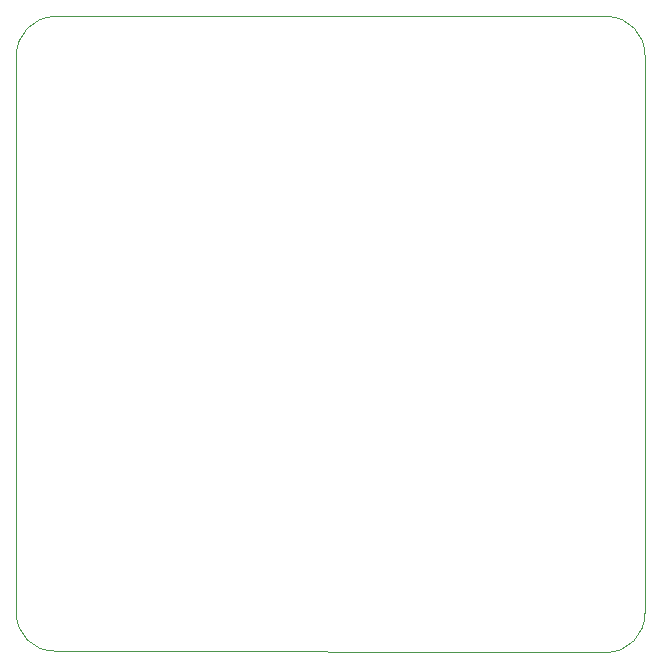
<source format=gbr>
%TF.GenerationSoftware,KiCad,Pcbnew,(6.0.7)*%
%TF.CreationDate,2022-08-21T17:21:21+03:00*%
%TF.ProjectId,ArduinoUnoHat,41726475-696e-46f5-956e-6f4861742e6b,rev?*%
%TF.SameCoordinates,Original*%
%TF.FileFunction,Profile,NP*%
%FSLAX46Y46*%
G04 Gerber Fmt 4.6, Leading zero omitted, Abs format (unit mm)*
G04 Created by KiCad (PCBNEW (6.0.7)) date 2022-08-21 17:21:21*
%MOMM*%
%LPD*%
G01*
G04 APERTURE LIST*
%TA.AperFunction,Profile*%
%ADD10C,0.100000*%
%TD*%
G04 APERTURE END LIST*
D10*
X179527200Y-131267200D02*
X132740400Y-131140200D01*
X129565400Y-80721200D02*
X129565400Y-127965200D01*
X179644336Y-77419200D02*
X132740400Y-77419200D01*
X182778400Y-127965200D02*
X182778400Y-80680264D01*
X179527200Y-131267200D02*
G75*
G03*
X182778400Y-127965200I0J3251591D01*
G01*
X129565400Y-127965200D02*
G75*
G03*
X132740400Y-131140200I3175000J0D01*
G01*
X182778400Y-80680264D02*
G75*
G03*
X179644336Y-77419200I-3220156J41788D01*
G01*
X132740400Y-77419200D02*
G75*
G03*
X129565400Y-80721200I129540J-3302000D01*
G01*
M02*

</source>
